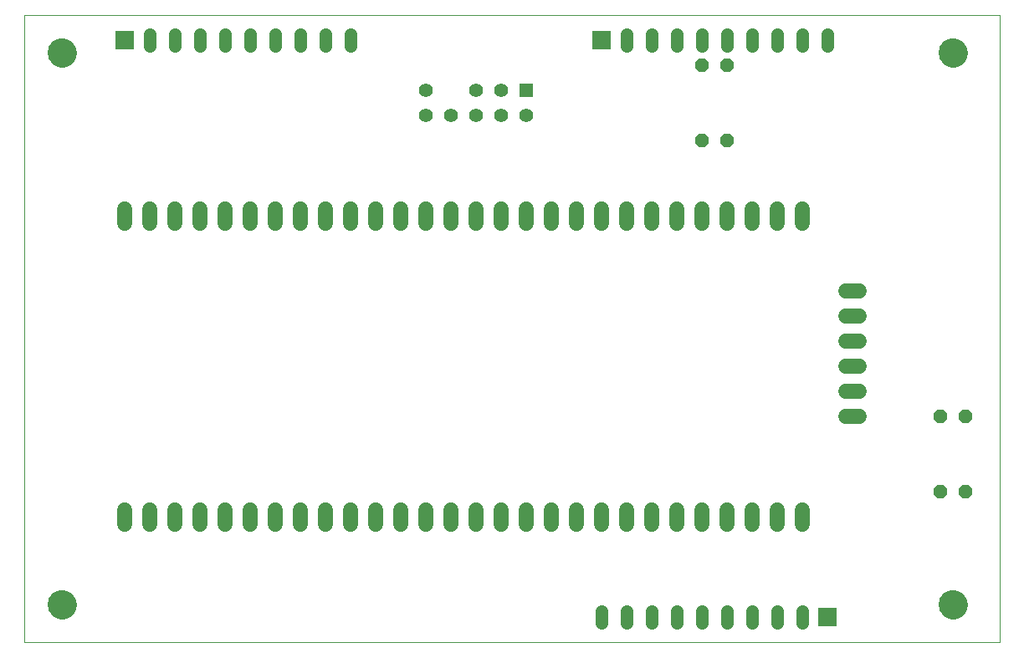
<source format=gbs>
G75*
%MOIN*%
%OFA0B0*%
%FSLAX25Y25*%
%IPPOS*%
%LPD*%
%AMOC8*
5,1,8,0,0,1.08239X$1,22.5*
%
%ADD10C,0.00000*%
%ADD11C,0.11424*%
%ADD12C,0.05943*%
%ADD13R,0.07400X0.07400*%
%ADD14C,0.05156*%
%ADD15C,0.05550*%
%ADD16R,0.05550X0.05550*%
%ADD17OC8,0.05600*%
D10*
X0001000Y0008000D02*
X0001000Y0257961D01*
X0389701Y0257961D01*
X0389701Y0008000D01*
X0001000Y0008000D01*
X0010488Y0023000D02*
X0010490Y0023148D01*
X0010496Y0023296D01*
X0010506Y0023444D01*
X0010520Y0023591D01*
X0010538Y0023738D01*
X0010559Y0023884D01*
X0010585Y0024030D01*
X0010615Y0024175D01*
X0010648Y0024319D01*
X0010686Y0024462D01*
X0010727Y0024604D01*
X0010772Y0024745D01*
X0010820Y0024885D01*
X0010873Y0025024D01*
X0010929Y0025161D01*
X0010989Y0025296D01*
X0011052Y0025430D01*
X0011119Y0025562D01*
X0011190Y0025692D01*
X0011264Y0025820D01*
X0011341Y0025946D01*
X0011422Y0026070D01*
X0011506Y0026192D01*
X0011593Y0026311D01*
X0011684Y0026428D01*
X0011778Y0026543D01*
X0011874Y0026655D01*
X0011974Y0026765D01*
X0012076Y0026871D01*
X0012182Y0026975D01*
X0012290Y0027076D01*
X0012401Y0027174D01*
X0012514Y0027270D01*
X0012630Y0027362D01*
X0012748Y0027451D01*
X0012869Y0027536D01*
X0012992Y0027619D01*
X0013117Y0027698D01*
X0013244Y0027774D01*
X0013373Y0027846D01*
X0013504Y0027915D01*
X0013637Y0027980D01*
X0013772Y0028041D01*
X0013908Y0028099D01*
X0014045Y0028154D01*
X0014184Y0028204D01*
X0014325Y0028251D01*
X0014466Y0028294D01*
X0014609Y0028334D01*
X0014753Y0028369D01*
X0014897Y0028401D01*
X0015043Y0028428D01*
X0015189Y0028452D01*
X0015336Y0028472D01*
X0015483Y0028488D01*
X0015630Y0028500D01*
X0015778Y0028508D01*
X0015926Y0028512D01*
X0016074Y0028512D01*
X0016222Y0028508D01*
X0016370Y0028500D01*
X0016517Y0028488D01*
X0016664Y0028472D01*
X0016811Y0028452D01*
X0016957Y0028428D01*
X0017103Y0028401D01*
X0017247Y0028369D01*
X0017391Y0028334D01*
X0017534Y0028294D01*
X0017675Y0028251D01*
X0017816Y0028204D01*
X0017955Y0028154D01*
X0018092Y0028099D01*
X0018228Y0028041D01*
X0018363Y0027980D01*
X0018496Y0027915D01*
X0018627Y0027846D01*
X0018756Y0027774D01*
X0018883Y0027698D01*
X0019008Y0027619D01*
X0019131Y0027536D01*
X0019252Y0027451D01*
X0019370Y0027362D01*
X0019486Y0027270D01*
X0019599Y0027174D01*
X0019710Y0027076D01*
X0019818Y0026975D01*
X0019924Y0026871D01*
X0020026Y0026765D01*
X0020126Y0026655D01*
X0020222Y0026543D01*
X0020316Y0026428D01*
X0020407Y0026311D01*
X0020494Y0026192D01*
X0020578Y0026070D01*
X0020659Y0025946D01*
X0020736Y0025820D01*
X0020810Y0025692D01*
X0020881Y0025562D01*
X0020948Y0025430D01*
X0021011Y0025296D01*
X0021071Y0025161D01*
X0021127Y0025024D01*
X0021180Y0024885D01*
X0021228Y0024745D01*
X0021273Y0024604D01*
X0021314Y0024462D01*
X0021352Y0024319D01*
X0021385Y0024175D01*
X0021415Y0024030D01*
X0021441Y0023884D01*
X0021462Y0023738D01*
X0021480Y0023591D01*
X0021494Y0023444D01*
X0021504Y0023296D01*
X0021510Y0023148D01*
X0021512Y0023000D01*
X0021510Y0022852D01*
X0021504Y0022704D01*
X0021494Y0022556D01*
X0021480Y0022409D01*
X0021462Y0022262D01*
X0021441Y0022116D01*
X0021415Y0021970D01*
X0021385Y0021825D01*
X0021352Y0021681D01*
X0021314Y0021538D01*
X0021273Y0021396D01*
X0021228Y0021255D01*
X0021180Y0021115D01*
X0021127Y0020976D01*
X0021071Y0020839D01*
X0021011Y0020704D01*
X0020948Y0020570D01*
X0020881Y0020438D01*
X0020810Y0020308D01*
X0020736Y0020180D01*
X0020659Y0020054D01*
X0020578Y0019930D01*
X0020494Y0019808D01*
X0020407Y0019689D01*
X0020316Y0019572D01*
X0020222Y0019457D01*
X0020126Y0019345D01*
X0020026Y0019235D01*
X0019924Y0019129D01*
X0019818Y0019025D01*
X0019710Y0018924D01*
X0019599Y0018826D01*
X0019486Y0018730D01*
X0019370Y0018638D01*
X0019252Y0018549D01*
X0019131Y0018464D01*
X0019008Y0018381D01*
X0018883Y0018302D01*
X0018756Y0018226D01*
X0018627Y0018154D01*
X0018496Y0018085D01*
X0018363Y0018020D01*
X0018228Y0017959D01*
X0018092Y0017901D01*
X0017955Y0017846D01*
X0017816Y0017796D01*
X0017675Y0017749D01*
X0017534Y0017706D01*
X0017391Y0017666D01*
X0017247Y0017631D01*
X0017103Y0017599D01*
X0016957Y0017572D01*
X0016811Y0017548D01*
X0016664Y0017528D01*
X0016517Y0017512D01*
X0016370Y0017500D01*
X0016222Y0017492D01*
X0016074Y0017488D01*
X0015926Y0017488D01*
X0015778Y0017492D01*
X0015630Y0017500D01*
X0015483Y0017512D01*
X0015336Y0017528D01*
X0015189Y0017548D01*
X0015043Y0017572D01*
X0014897Y0017599D01*
X0014753Y0017631D01*
X0014609Y0017666D01*
X0014466Y0017706D01*
X0014325Y0017749D01*
X0014184Y0017796D01*
X0014045Y0017846D01*
X0013908Y0017901D01*
X0013772Y0017959D01*
X0013637Y0018020D01*
X0013504Y0018085D01*
X0013373Y0018154D01*
X0013244Y0018226D01*
X0013117Y0018302D01*
X0012992Y0018381D01*
X0012869Y0018464D01*
X0012748Y0018549D01*
X0012630Y0018638D01*
X0012514Y0018730D01*
X0012401Y0018826D01*
X0012290Y0018924D01*
X0012182Y0019025D01*
X0012076Y0019129D01*
X0011974Y0019235D01*
X0011874Y0019345D01*
X0011778Y0019457D01*
X0011684Y0019572D01*
X0011593Y0019689D01*
X0011506Y0019808D01*
X0011422Y0019930D01*
X0011341Y0020054D01*
X0011264Y0020180D01*
X0011190Y0020308D01*
X0011119Y0020438D01*
X0011052Y0020570D01*
X0010989Y0020704D01*
X0010929Y0020839D01*
X0010873Y0020976D01*
X0010820Y0021115D01*
X0010772Y0021255D01*
X0010727Y0021396D01*
X0010686Y0021538D01*
X0010648Y0021681D01*
X0010615Y0021825D01*
X0010585Y0021970D01*
X0010559Y0022116D01*
X0010538Y0022262D01*
X0010520Y0022409D01*
X0010506Y0022556D01*
X0010496Y0022704D01*
X0010490Y0022852D01*
X0010488Y0023000D01*
X0010488Y0243000D02*
X0010490Y0243148D01*
X0010496Y0243296D01*
X0010506Y0243444D01*
X0010520Y0243591D01*
X0010538Y0243738D01*
X0010559Y0243884D01*
X0010585Y0244030D01*
X0010615Y0244175D01*
X0010648Y0244319D01*
X0010686Y0244462D01*
X0010727Y0244604D01*
X0010772Y0244745D01*
X0010820Y0244885D01*
X0010873Y0245024D01*
X0010929Y0245161D01*
X0010989Y0245296D01*
X0011052Y0245430D01*
X0011119Y0245562D01*
X0011190Y0245692D01*
X0011264Y0245820D01*
X0011341Y0245946D01*
X0011422Y0246070D01*
X0011506Y0246192D01*
X0011593Y0246311D01*
X0011684Y0246428D01*
X0011778Y0246543D01*
X0011874Y0246655D01*
X0011974Y0246765D01*
X0012076Y0246871D01*
X0012182Y0246975D01*
X0012290Y0247076D01*
X0012401Y0247174D01*
X0012514Y0247270D01*
X0012630Y0247362D01*
X0012748Y0247451D01*
X0012869Y0247536D01*
X0012992Y0247619D01*
X0013117Y0247698D01*
X0013244Y0247774D01*
X0013373Y0247846D01*
X0013504Y0247915D01*
X0013637Y0247980D01*
X0013772Y0248041D01*
X0013908Y0248099D01*
X0014045Y0248154D01*
X0014184Y0248204D01*
X0014325Y0248251D01*
X0014466Y0248294D01*
X0014609Y0248334D01*
X0014753Y0248369D01*
X0014897Y0248401D01*
X0015043Y0248428D01*
X0015189Y0248452D01*
X0015336Y0248472D01*
X0015483Y0248488D01*
X0015630Y0248500D01*
X0015778Y0248508D01*
X0015926Y0248512D01*
X0016074Y0248512D01*
X0016222Y0248508D01*
X0016370Y0248500D01*
X0016517Y0248488D01*
X0016664Y0248472D01*
X0016811Y0248452D01*
X0016957Y0248428D01*
X0017103Y0248401D01*
X0017247Y0248369D01*
X0017391Y0248334D01*
X0017534Y0248294D01*
X0017675Y0248251D01*
X0017816Y0248204D01*
X0017955Y0248154D01*
X0018092Y0248099D01*
X0018228Y0248041D01*
X0018363Y0247980D01*
X0018496Y0247915D01*
X0018627Y0247846D01*
X0018756Y0247774D01*
X0018883Y0247698D01*
X0019008Y0247619D01*
X0019131Y0247536D01*
X0019252Y0247451D01*
X0019370Y0247362D01*
X0019486Y0247270D01*
X0019599Y0247174D01*
X0019710Y0247076D01*
X0019818Y0246975D01*
X0019924Y0246871D01*
X0020026Y0246765D01*
X0020126Y0246655D01*
X0020222Y0246543D01*
X0020316Y0246428D01*
X0020407Y0246311D01*
X0020494Y0246192D01*
X0020578Y0246070D01*
X0020659Y0245946D01*
X0020736Y0245820D01*
X0020810Y0245692D01*
X0020881Y0245562D01*
X0020948Y0245430D01*
X0021011Y0245296D01*
X0021071Y0245161D01*
X0021127Y0245024D01*
X0021180Y0244885D01*
X0021228Y0244745D01*
X0021273Y0244604D01*
X0021314Y0244462D01*
X0021352Y0244319D01*
X0021385Y0244175D01*
X0021415Y0244030D01*
X0021441Y0243884D01*
X0021462Y0243738D01*
X0021480Y0243591D01*
X0021494Y0243444D01*
X0021504Y0243296D01*
X0021510Y0243148D01*
X0021512Y0243000D01*
X0021510Y0242852D01*
X0021504Y0242704D01*
X0021494Y0242556D01*
X0021480Y0242409D01*
X0021462Y0242262D01*
X0021441Y0242116D01*
X0021415Y0241970D01*
X0021385Y0241825D01*
X0021352Y0241681D01*
X0021314Y0241538D01*
X0021273Y0241396D01*
X0021228Y0241255D01*
X0021180Y0241115D01*
X0021127Y0240976D01*
X0021071Y0240839D01*
X0021011Y0240704D01*
X0020948Y0240570D01*
X0020881Y0240438D01*
X0020810Y0240308D01*
X0020736Y0240180D01*
X0020659Y0240054D01*
X0020578Y0239930D01*
X0020494Y0239808D01*
X0020407Y0239689D01*
X0020316Y0239572D01*
X0020222Y0239457D01*
X0020126Y0239345D01*
X0020026Y0239235D01*
X0019924Y0239129D01*
X0019818Y0239025D01*
X0019710Y0238924D01*
X0019599Y0238826D01*
X0019486Y0238730D01*
X0019370Y0238638D01*
X0019252Y0238549D01*
X0019131Y0238464D01*
X0019008Y0238381D01*
X0018883Y0238302D01*
X0018756Y0238226D01*
X0018627Y0238154D01*
X0018496Y0238085D01*
X0018363Y0238020D01*
X0018228Y0237959D01*
X0018092Y0237901D01*
X0017955Y0237846D01*
X0017816Y0237796D01*
X0017675Y0237749D01*
X0017534Y0237706D01*
X0017391Y0237666D01*
X0017247Y0237631D01*
X0017103Y0237599D01*
X0016957Y0237572D01*
X0016811Y0237548D01*
X0016664Y0237528D01*
X0016517Y0237512D01*
X0016370Y0237500D01*
X0016222Y0237492D01*
X0016074Y0237488D01*
X0015926Y0237488D01*
X0015778Y0237492D01*
X0015630Y0237500D01*
X0015483Y0237512D01*
X0015336Y0237528D01*
X0015189Y0237548D01*
X0015043Y0237572D01*
X0014897Y0237599D01*
X0014753Y0237631D01*
X0014609Y0237666D01*
X0014466Y0237706D01*
X0014325Y0237749D01*
X0014184Y0237796D01*
X0014045Y0237846D01*
X0013908Y0237901D01*
X0013772Y0237959D01*
X0013637Y0238020D01*
X0013504Y0238085D01*
X0013373Y0238154D01*
X0013244Y0238226D01*
X0013117Y0238302D01*
X0012992Y0238381D01*
X0012869Y0238464D01*
X0012748Y0238549D01*
X0012630Y0238638D01*
X0012514Y0238730D01*
X0012401Y0238826D01*
X0012290Y0238924D01*
X0012182Y0239025D01*
X0012076Y0239129D01*
X0011974Y0239235D01*
X0011874Y0239345D01*
X0011778Y0239457D01*
X0011684Y0239572D01*
X0011593Y0239689D01*
X0011506Y0239808D01*
X0011422Y0239930D01*
X0011341Y0240054D01*
X0011264Y0240180D01*
X0011190Y0240308D01*
X0011119Y0240438D01*
X0011052Y0240570D01*
X0010989Y0240704D01*
X0010929Y0240839D01*
X0010873Y0240976D01*
X0010820Y0241115D01*
X0010772Y0241255D01*
X0010727Y0241396D01*
X0010686Y0241538D01*
X0010648Y0241681D01*
X0010615Y0241825D01*
X0010585Y0241970D01*
X0010559Y0242116D01*
X0010538Y0242262D01*
X0010520Y0242409D01*
X0010506Y0242556D01*
X0010496Y0242704D01*
X0010490Y0242852D01*
X0010488Y0243000D01*
X0365488Y0243000D02*
X0365490Y0243148D01*
X0365496Y0243296D01*
X0365506Y0243444D01*
X0365520Y0243591D01*
X0365538Y0243738D01*
X0365559Y0243884D01*
X0365585Y0244030D01*
X0365615Y0244175D01*
X0365648Y0244319D01*
X0365686Y0244462D01*
X0365727Y0244604D01*
X0365772Y0244745D01*
X0365820Y0244885D01*
X0365873Y0245024D01*
X0365929Y0245161D01*
X0365989Y0245296D01*
X0366052Y0245430D01*
X0366119Y0245562D01*
X0366190Y0245692D01*
X0366264Y0245820D01*
X0366341Y0245946D01*
X0366422Y0246070D01*
X0366506Y0246192D01*
X0366593Y0246311D01*
X0366684Y0246428D01*
X0366778Y0246543D01*
X0366874Y0246655D01*
X0366974Y0246765D01*
X0367076Y0246871D01*
X0367182Y0246975D01*
X0367290Y0247076D01*
X0367401Y0247174D01*
X0367514Y0247270D01*
X0367630Y0247362D01*
X0367748Y0247451D01*
X0367869Y0247536D01*
X0367992Y0247619D01*
X0368117Y0247698D01*
X0368244Y0247774D01*
X0368373Y0247846D01*
X0368504Y0247915D01*
X0368637Y0247980D01*
X0368772Y0248041D01*
X0368908Y0248099D01*
X0369045Y0248154D01*
X0369184Y0248204D01*
X0369325Y0248251D01*
X0369466Y0248294D01*
X0369609Y0248334D01*
X0369753Y0248369D01*
X0369897Y0248401D01*
X0370043Y0248428D01*
X0370189Y0248452D01*
X0370336Y0248472D01*
X0370483Y0248488D01*
X0370630Y0248500D01*
X0370778Y0248508D01*
X0370926Y0248512D01*
X0371074Y0248512D01*
X0371222Y0248508D01*
X0371370Y0248500D01*
X0371517Y0248488D01*
X0371664Y0248472D01*
X0371811Y0248452D01*
X0371957Y0248428D01*
X0372103Y0248401D01*
X0372247Y0248369D01*
X0372391Y0248334D01*
X0372534Y0248294D01*
X0372675Y0248251D01*
X0372816Y0248204D01*
X0372955Y0248154D01*
X0373092Y0248099D01*
X0373228Y0248041D01*
X0373363Y0247980D01*
X0373496Y0247915D01*
X0373627Y0247846D01*
X0373756Y0247774D01*
X0373883Y0247698D01*
X0374008Y0247619D01*
X0374131Y0247536D01*
X0374252Y0247451D01*
X0374370Y0247362D01*
X0374486Y0247270D01*
X0374599Y0247174D01*
X0374710Y0247076D01*
X0374818Y0246975D01*
X0374924Y0246871D01*
X0375026Y0246765D01*
X0375126Y0246655D01*
X0375222Y0246543D01*
X0375316Y0246428D01*
X0375407Y0246311D01*
X0375494Y0246192D01*
X0375578Y0246070D01*
X0375659Y0245946D01*
X0375736Y0245820D01*
X0375810Y0245692D01*
X0375881Y0245562D01*
X0375948Y0245430D01*
X0376011Y0245296D01*
X0376071Y0245161D01*
X0376127Y0245024D01*
X0376180Y0244885D01*
X0376228Y0244745D01*
X0376273Y0244604D01*
X0376314Y0244462D01*
X0376352Y0244319D01*
X0376385Y0244175D01*
X0376415Y0244030D01*
X0376441Y0243884D01*
X0376462Y0243738D01*
X0376480Y0243591D01*
X0376494Y0243444D01*
X0376504Y0243296D01*
X0376510Y0243148D01*
X0376512Y0243000D01*
X0376510Y0242852D01*
X0376504Y0242704D01*
X0376494Y0242556D01*
X0376480Y0242409D01*
X0376462Y0242262D01*
X0376441Y0242116D01*
X0376415Y0241970D01*
X0376385Y0241825D01*
X0376352Y0241681D01*
X0376314Y0241538D01*
X0376273Y0241396D01*
X0376228Y0241255D01*
X0376180Y0241115D01*
X0376127Y0240976D01*
X0376071Y0240839D01*
X0376011Y0240704D01*
X0375948Y0240570D01*
X0375881Y0240438D01*
X0375810Y0240308D01*
X0375736Y0240180D01*
X0375659Y0240054D01*
X0375578Y0239930D01*
X0375494Y0239808D01*
X0375407Y0239689D01*
X0375316Y0239572D01*
X0375222Y0239457D01*
X0375126Y0239345D01*
X0375026Y0239235D01*
X0374924Y0239129D01*
X0374818Y0239025D01*
X0374710Y0238924D01*
X0374599Y0238826D01*
X0374486Y0238730D01*
X0374370Y0238638D01*
X0374252Y0238549D01*
X0374131Y0238464D01*
X0374008Y0238381D01*
X0373883Y0238302D01*
X0373756Y0238226D01*
X0373627Y0238154D01*
X0373496Y0238085D01*
X0373363Y0238020D01*
X0373228Y0237959D01*
X0373092Y0237901D01*
X0372955Y0237846D01*
X0372816Y0237796D01*
X0372675Y0237749D01*
X0372534Y0237706D01*
X0372391Y0237666D01*
X0372247Y0237631D01*
X0372103Y0237599D01*
X0371957Y0237572D01*
X0371811Y0237548D01*
X0371664Y0237528D01*
X0371517Y0237512D01*
X0371370Y0237500D01*
X0371222Y0237492D01*
X0371074Y0237488D01*
X0370926Y0237488D01*
X0370778Y0237492D01*
X0370630Y0237500D01*
X0370483Y0237512D01*
X0370336Y0237528D01*
X0370189Y0237548D01*
X0370043Y0237572D01*
X0369897Y0237599D01*
X0369753Y0237631D01*
X0369609Y0237666D01*
X0369466Y0237706D01*
X0369325Y0237749D01*
X0369184Y0237796D01*
X0369045Y0237846D01*
X0368908Y0237901D01*
X0368772Y0237959D01*
X0368637Y0238020D01*
X0368504Y0238085D01*
X0368373Y0238154D01*
X0368244Y0238226D01*
X0368117Y0238302D01*
X0367992Y0238381D01*
X0367869Y0238464D01*
X0367748Y0238549D01*
X0367630Y0238638D01*
X0367514Y0238730D01*
X0367401Y0238826D01*
X0367290Y0238924D01*
X0367182Y0239025D01*
X0367076Y0239129D01*
X0366974Y0239235D01*
X0366874Y0239345D01*
X0366778Y0239457D01*
X0366684Y0239572D01*
X0366593Y0239689D01*
X0366506Y0239808D01*
X0366422Y0239930D01*
X0366341Y0240054D01*
X0366264Y0240180D01*
X0366190Y0240308D01*
X0366119Y0240438D01*
X0366052Y0240570D01*
X0365989Y0240704D01*
X0365929Y0240839D01*
X0365873Y0240976D01*
X0365820Y0241115D01*
X0365772Y0241255D01*
X0365727Y0241396D01*
X0365686Y0241538D01*
X0365648Y0241681D01*
X0365615Y0241825D01*
X0365585Y0241970D01*
X0365559Y0242116D01*
X0365538Y0242262D01*
X0365520Y0242409D01*
X0365506Y0242556D01*
X0365496Y0242704D01*
X0365490Y0242852D01*
X0365488Y0243000D01*
X0365488Y0023000D02*
X0365490Y0023148D01*
X0365496Y0023296D01*
X0365506Y0023444D01*
X0365520Y0023591D01*
X0365538Y0023738D01*
X0365559Y0023884D01*
X0365585Y0024030D01*
X0365615Y0024175D01*
X0365648Y0024319D01*
X0365686Y0024462D01*
X0365727Y0024604D01*
X0365772Y0024745D01*
X0365820Y0024885D01*
X0365873Y0025024D01*
X0365929Y0025161D01*
X0365989Y0025296D01*
X0366052Y0025430D01*
X0366119Y0025562D01*
X0366190Y0025692D01*
X0366264Y0025820D01*
X0366341Y0025946D01*
X0366422Y0026070D01*
X0366506Y0026192D01*
X0366593Y0026311D01*
X0366684Y0026428D01*
X0366778Y0026543D01*
X0366874Y0026655D01*
X0366974Y0026765D01*
X0367076Y0026871D01*
X0367182Y0026975D01*
X0367290Y0027076D01*
X0367401Y0027174D01*
X0367514Y0027270D01*
X0367630Y0027362D01*
X0367748Y0027451D01*
X0367869Y0027536D01*
X0367992Y0027619D01*
X0368117Y0027698D01*
X0368244Y0027774D01*
X0368373Y0027846D01*
X0368504Y0027915D01*
X0368637Y0027980D01*
X0368772Y0028041D01*
X0368908Y0028099D01*
X0369045Y0028154D01*
X0369184Y0028204D01*
X0369325Y0028251D01*
X0369466Y0028294D01*
X0369609Y0028334D01*
X0369753Y0028369D01*
X0369897Y0028401D01*
X0370043Y0028428D01*
X0370189Y0028452D01*
X0370336Y0028472D01*
X0370483Y0028488D01*
X0370630Y0028500D01*
X0370778Y0028508D01*
X0370926Y0028512D01*
X0371074Y0028512D01*
X0371222Y0028508D01*
X0371370Y0028500D01*
X0371517Y0028488D01*
X0371664Y0028472D01*
X0371811Y0028452D01*
X0371957Y0028428D01*
X0372103Y0028401D01*
X0372247Y0028369D01*
X0372391Y0028334D01*
X0372534Y0028294D01*
X0372675Y0028251D01*
X0372816Y0028204D01*
X0372955Y0028154D01*
X0373092Y0028099D01*
X0373228Y0028041D01*
X0373363Y0027980D01*
X0373496Y0027915D01*
X0373627Y0027846D01*
X0373756Y0027774D01*
X0373883Y0027698D01*
X0374008Y0027619D01*
X0374131Y0027536D01*
X0374252Y0027451D01*
X0374370Y0027362D01*
X0374486Y0027270D01*
X0374599Y0027174D01*
X0374710Y0027076D01*
X0374818Y0026975D01*
X0374924Y0026871D01*
X0375026Y0026765D01*
X0375126Y0026655D01*
X0375222Y0026543D01*
X0375316Y0026428D01*
X0375407Y0026311D01*
X0375494Y0026192D01*
X0375578Y0026070D01*
X0375659Y0025946D01*
X0375736Y0025820D01*
X0375810Y0025692D01*
X0375881Y0025562D01*
X0375948Y0025430D01*
X0376011Y0025296D01*
X0376071Y0025161D01*
X0376127Y0025024D01*
X0376180Y0024885D01*
X0376228Y0024745D01*
X0376273Y0024604D01*
X0376314Y0024462D01*
X0376352Y0024319D01*
X0376385Y0024175D01*
X0376415Y0024030D01*
X0376441Y0023884D01*
X0376462Y0023738D01*
X0376480Y0023591D01*
X0376494Y0023444D01*
X0376504Y0023296D01*
X0376510Y0023148D01*
X0376512Y0023000D01*
X0376510Y0022852D01*
X0376504Y0022704D01*
X0376494Y0022556D01*
X0376480Y0022409D01*
X0376462Y0022262D01*
X0376441Y0022116D01*
X0376415Y0021970D01*
X0376385Y0021825D01*
X0376352Y0021681D01*
X0376314Y0021538D01*
X0376273Y0021396D01*
X0376228Y0021255D01*
X0376180Y0021115D01*
X0376127Y0020976D01*
X0376071Y0020839D01*
X0376011Y0020704D01*
X0375948Y0020570D01*
X0375881Y0020438D01*
X0375810Y0020308D01*
X0375736Y0020180D01*
X0375659Y0020054D01*
X0375578Y0019930D01*
X0375494Y0019808D01*
X0375407Y0019689D01*
X0375316Y0019572D01*
X0375222Y0019457D01*
X0375126Y0019345D01*
X0375026Y0019235D01*
X0374924Y0019129D01*
X0374818Y0019025D01*
X0374710Y0018924D01*
X0374599Y0018826D01*
X0374486Y0018730D01*
X0374370Y0018638D01*
X0374252Y0018549D01*
X0374131Y0018464D01*
X0374008Y0018381D01*
X0373883Y0018302D01*
X0373756Y0018226D01*
X0373627Y0018154D01*
X0373496Y0018085D01*
X0373363Y0018020D01*
X0373228Y0017959D01*
X0373092Y0017901D01*
X0372955Y0017846D01*
X0372816Y0017796D01*
X0372675Y0017749D01*
X0372534Y0017706D01*
X0372391Y0017666D01*
X0372247Y0017631D01*
X0372103Y0017599D01*
X0371957Y0017572D01*
X0371811Y0017548D01*
X0371664Y0017528D01*
X0371517Y0017512D01*
X0371370Y0017500D01*
X0371222Y0017492D01*
X0371074Y0017488D01*
X0370926Y0017488D01*
X0370778Y0017492D01*
X0370630Y0017500D01*
X0370483Y0017512D01*
X0370336Y0017528D01*
X0370189Y0017548D01*
X0370043Y0017572D01*
X0369897Y0017599D01*
X0369753Y0017631D01*
X0369609Y0017666D01*
X0369466Y0017706D01*
X0369325Y0017749D01*
X0369184Y0017796D01*
X0369045Y0017846D01*
X0368908Y0017901D01*
X0368772Y0017959D01*
X0368637Y0018020D01*
X0368504Y0018085D01*
X0368373Y0018154D01*
X0368244Y0018226D01*
X0368117Y0018302D01*
X0367992Y0018381D01*
X0367869Y0018464D01*
X0367748Y0018549D01*
X0367630Y0018638D01*
X0367514Y0018730D01*
X0367401Y0018826D01*
X0367290Y0018924D01*
X0367182Y0019025D01*
X0367076Y0019129D01*
X0366974Y0019235D01*
X0366874Y0019345D01*
X0366778Y0019457D01*
X0366684Y0019572D01*
X0366593Y0019689D01*
X0366506Y0019808D01*
X0366422Y0019930D01*
X0366341Y0020054D01*
X0366264Y0020180D01*
X0366190Y0020308D01*
X0366119Y0020438D01*
X0366052Y0020570D01*
X0365989Y0020704D01*
X0365929Y0020839D01*
X0365873Y0020976D01*
X0365820Y0021115D01*
X0365772Y0021255D01*
X0365727Y0021396D01*
X0365686Y0021538D01*
X0365648Y0021681D01*
X0365615Y0021825D01*
X0365585Y0021970D01*
X0365559Y0022116D01*
X0365538Y0022262D01*
X0365520Y0022409D01*
X0365506Y0022556D01*
X0365496Y0022704D01*
X0365490Y0022852D01*
X0365488Y0023000D01*
D11*
X0371000Y0023000D03*
X0371000Y0243000D03*
X0016000Y0243000D03*
X0016000Y0023000D03*
D12*
X0041000Y0055228D02*
X0041000Y0060772D01*
X0051000Y0060772D02*
X0051000Y0055228D01*
X0061000Y0055228D02*
X0061000Y0060772D01*
X0071000Y0060772D02*
X0071000Y0055228D01*
X0081000Y0055228D02*
X0081000Y0060772D01*
X0091000Y0060772D02*
X0091000Y0055228D01*
X0101000Y0055228D02*
X0101000Y0060772D01*
X0111000Y0060772D02*
X0111000Y0055228D01*
X0121000Y0055228D02*
X0121000Y0060772D01*
X0131000Y0060772D02*
X0131000Y0055228D01*
X0141000Y0055228D02*
X0141000Y0060772D01*
X0151000Y0060772D02*
X0151000Y0055228D01*
X0161000Y0055228D02*
X0161000Y0060772D01*
X0171000Y0060772D02*
X0171000Y0055228D01*
X0181000Y0055228D02*
X0181000Y0060772D01*
X0191000Y0060772D02*
X0191000Y0055228D01*
X0201000Y0055228D02*
X0201000Y0060772D01*
X0211000Y0060772D02*
X0211000Y0055228D01*
X0221000Y0055228D02*
X0221000Y0060772D01*
X0231000Y0060772D02*
X0231000Y0055228D01*
X0241000Y0055228D02*
X0241000Y0060772D01*
X0251000Y0060772D02*
X0251000Y0055228D01*
X0261000Y0055228D02*
X0261000Y0060772D01*
X0271000Y0060772D02*
X0271000Y0055228D01*
X0281000Y0055228D02*
X0281000Y0060772D01*
X0291000Y0060772D02*
X0291000Y0055228D01*
X0301000Y0055228D02*
X0301000Y0060772D01*
X0311000Y0060772D02*
X0311000Y0055228D01*
X0328228Y0098000D02*
X0333772Y0098000D01*
X0333772Y0108000D02*
X0328228Y0108000D01*
X0328228Y0118000D02*
X0333772Y0118000D01*
X0333772Y0128000D02*
X0328228Y0128000D01*
X0328228Y0138000D02*
X0333772Y0138000D01*
X0333772Y0148000D02*
X0328228Y0148000D01*
X0311000Y0175228D02*
X0311000Y0180772D01*
X0301000Y0180772D02*
X0301000Y0175228D01*
X0291000Y0175228D02*
X0291000Y0180772D01*
X0281000Y0180772D02*
X0281000Y0175228D01*
X0271000Y0175228D02*
X0271000Y0180772D01*
X0261000Y0180772D02*
X0261000Y0175228D01*
X0251000Y0175228D02*
X0251000Y0180772D01*
X0241000Y0180772D02*
X0241000Y0175228D01*
X0231000Y0175228D02*
X0231000Y0180772D01*
X0221000Y0180772D02*
X0221000Y0175228D01*
X0211000Y0175228D02*
X0211000Y0180772D01*
X0201000Y0180772D02*
X0201000Y0175228D01*
X0191000Y0175228D02*
X0191000Y0180772D01*
X0181000Y0180772D02*
X0181000Y0175228D01*
X0171000Y0175228D02*
X0171000Y0180772D01*
X0161000Y0180772D02*
X0161000Y0175228D01*
X0151000Y0175228D02*
X0151000Y0180772D01*
X0141000Y0180772D02*
X0141000Y0175228D01*
X0131000Y0175228D02*
X0131000Y0180772D01*
X0121000Y0180772D02*
X0121000Y0175228D01*
X0111000Y0175228D02*
X0111000Y0180772D01*
X0101000Y0180772D02*
X0101000Y0175228D01*
X0091000Y0175228D02*
X0091000Y0180772D01*
X0081000Y0180772D02*
X0081000Y0175228D01*
X0071000Y0175228D02*
X0071000Y0180772D01*
X0061000Y0180772D02*
X0061000Y0175228D01*
X0051000Y0175228D02*
X0051000Y0180772D01*
X0041000Y0180772D02*
X0041000Y0175228D01*
D13*
X0041000Y0248000D03*
X0231000Y0248000D03*
X0321000Y0018000D03*
D14*
X0311000Y0015622D02*
X0311000Y0020378D01*
X0301000Y0020378D02*
X0301000Y0015622D01*
X0291000Y0015622D02*
X0291000Y0020378D01*
X0281000Y0020378D02*
X0281000Y0015622D01*
X0271000Y0015622D02*
X0271000Y0020378D01*
X0261000Y0020378D02*
X0261000Y0015622D01*
X0251000Y0015622D02*
X0251000Y0020378D01*
X0241000Y0020378D02*
X0241000Y0015622D01*
X0231000Y0015622D02*
X0231000Y0020378D01*
X0241000Y0245622D02*
X0241000Y0250378D01*
X0251000Y0250378D02*
X0251000Y0245622D01*
X0261000Y0245622D02*
X0261000Y0250378D01*
X0271000Y0250378D02*
X0271000Y0245622D01*
X0281000Y0245622D02*
X0281000Y0250378D01*
X0291000Y0250378D02*
X0291000Y0245622D01*
X0301000Y0245622D02*
X0301000Y0250378D01*
X0311000Y0250378D02*
X0311000Y0245622D01*
X0321000Y0245622D02*
X0321000Y0250378D01*
X0131000Y0250378D02*
X0131000Y0245622D01*
X0121000Y0245622D02*
X0121000Y0250378D01*
X0111000Y0250378D02*
X0111000Y0245622D01*
X0101000Y0245622D02*
X0101000Y0250378D01*
X0091000Y0250378D02*
X0091000Y0245622D01*
X0081000Y0245622D02*
X0081000Y0250378D01*
X0071000Y0250378D02*
X0071000Y0245622D01*
X0061000Y0245622D02*
X0061000Y0250378D01*
X0051000Y0250378D02*
X0051000Y0245622D01*
D15*
X0161000Y0228000D03*
X0161000Y0218000D03*
X0171000Y0218000D03*
X0181000Y0218000D03*
X0191000Y0218000D03*
X0201000Y0218000D03*
X0191000Y0228000D03*
X0181000Y0228000D03*
D16*
X0201000Y0228000D03*
D17*
X0271000Y0238000D03*
X0281000Y0238000D03*
X0281000Y0208000D03*
X0271000Y0208000D03*
X0366000Y0098000D03*
X0376000Y0098000D03*
X0376000Y0068000D03*
X0366000Y0068000D03*
M02*

</source>
